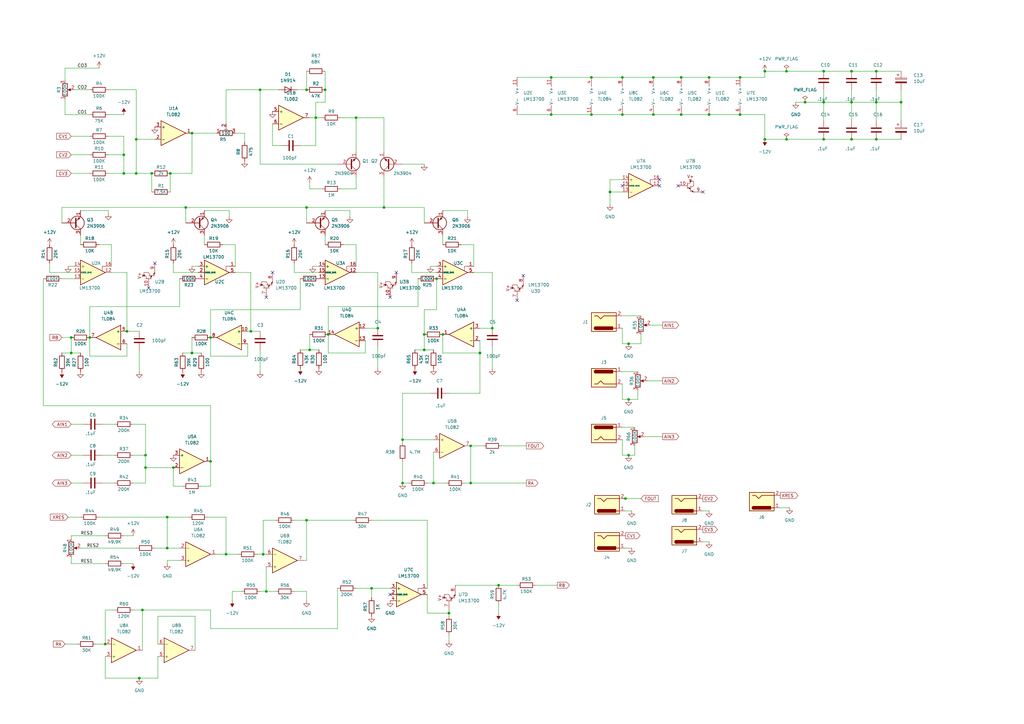
<source format=kicad_sch>
(kicad_sch (version 20211123) (generator eeschema)
  (paper "A3")
  (junction (at 58.42 250.19))
  (junction (at 359.41 57.15))
  (junction (at 127 143.51))
  (junction (at 313.69 29.21))
  (junction (at 177.8 198.12))
  (junction (at 279.4 46.99))
  (junction (at 313.69 57.15))
  (junction (at 181.61 137.16))
  (junction (at 52.07 135.89))
  (junction (at 102.87 135.89))
  (junction (at 290.83 31.75))
  (junction (at 78.74 144.78))
  (junction (at 165.1 198.12))
  (junction (at 267.97 31.75))
  (junction (at 322.58 57.15))
  (junction (at 242.57 31.75))
  (junction (at 196.85 144.78))
  (junction (at 59.69 191.77))
  (junction (at 290.83 46.99))
  (junction (at 86.36 189.23))
  (junction (at 154.94 134.62))
  (junction (at 50.8 71.12))
  (junction (at 125.73 36.83))
  (junction (at 157.48 85.09))
  (junction (at 146.05 48.26))
  (junction (at 242.57 46.99))
  (junction (at 349.25 29.21))
  (junction (at 29.21 144.78))
  (junction (at 68.58 212.09))
  (junction (at 204.47 240.03))
  (junction (at 125.73 85.09))
  (junction (at 173.99 137.16))
  (junction (at 303.53 46.99))
  (junction (at 337.82 29.21))
  (junction (at 152.4 241.3))
  (junction (at 165.1 180.34))
  (junction (at 134.62 137.16))
  (junction (at 50.8 63.5))
  (junction (at 107.95 227.33))
  (junction (at 55.88 57.15))
  (junction (at 62.23 71.12))
  (junction (at 133.35 36.83))
  (junction (at 255.27 46.99))
  (junction (at 330.2 41.91))
  (junction (at 92.71 227.33))
  (junction (at 76.2 85.09))
  (junction (at 359.41 29.21))
  (junction (at 256.54 204.47))
  (junction (at 193.04 182.88))
  (junction (at 193.04 198.12))
  (junction (at 59.69 186.69))
  (junction (at 250.19 78.74))
  (junction (at 226.06 31.75))
  (junction (at 71.12 191.77))
  (junction (at 279.4 31.75))
  (junction (at 29.21 138.43))
  (junction (at 179.07 114.3))
  (junction (at 255.27 31.75))
  (junction (at 337.82 57.15))
  (junction (at 257.81 186.69))
  (junction (at 173.99 143.51))
  (junction (at 184.15 251.46))
  (junction (at 69.85 71.12))
  (junction (at 109.22 242.57))
  (junction (at 349.25 57.15))
  (junction (at 369.57 41.91))
  (junction (at 78.74 54.61))
  (junction (at 106.68 36.83))
  (junction (at 55.88 71.12))
  (junction (at 303.53 31.75))
  (junction (at 43.18 264.16))
  (junction (at 125.73 213.36))
  (junction (at 322.58 29.21))
  (junction (at 36.83 138.43))
  (junction (at 257.81 140.97))
  (junction (at 226.06 46.99))
  (junction (at 68.58 224.79))
  (junction (at 349.25 41.91))
  (junction (at 337.82 41.91))
  (junction (at 359.41 41.91))
  (junction (at 86.36 138.43))
  (junction (at 257.81 163.83))
  (junction (at 57.15 278.13))
  (junction (at 129.54 48.26))
  (junction (at 201.93 134.62))
  (junction (at 267.97 46.99))
  (no_connect (at 160.02 243.84))
  (no_connect (at 63.5 107.95))
  (no_connect (at 60.96 118.11))
  (no_connect (at 212.09 123.19))
  (no_connect (at 162.56 111.76))
  (no_connect (at 160.02 121.92))
  (no_connect (at 111.76 111.76))
  (no_connect (at 109.22 121.92))
  (no_connect (at 214.63 113.03))
  (no_connect (at 255.27 76.2))
  (no_connect (at 278.13 76.2))
  (no_connect (at 270.51 76.2))
  (no_connect (at 270.51 73.66))
  (no_connect (at 288.29 78.74))
  (wire (pts (xy 25.4 114.3) (xy 30.48 114.3)))
  (wire (pts (xy 255.27 204.47) (xy 256.54 204.47)))
  (wire (pts (xy 154.94 111.76) (xy 154.94 134.62)))
  (wire (pts (xy 205.74 182.88) (xy 215.9 182.88)))
  (wire (pts (xy 106.68 143.51) (xy 106.68 152.4)))
  (wire (pts (xy 63.5 224.79) (xy 68.58 224.79)))
  (wire (pts (xy 57.15 143.51) (xy 57.15 152.4)))
  (wire (pts (xy 193.04 198.12) (xy 215.9 198.12)))
  (wire (pts (xy 44.45 55.88) (xy 50.8 55.88)))
  (wire (pts (xy 152.4 241.3) (xy 160.02 241.3)))
  (wire (pts (xy 68.58 229.87) (xy 73.66 229.87)))
  (wire (pts (xy 101.6 135.89) (xy 102.87 135.89)))
  (wire (pts (xy 29.21 228.6) (xy 29.21 231.14)))
  (wire (pts (xy 58.42 266.7) (xy 58.42 250.19)))
  (wire (pts (xy 226.06 31.75) (xy 242.57 31.75)))
  (wire (pts (xy 40.64 100.33) (xy 45.72 100.33)))
  (wire (pts (xy 50.8 63.5) (xy 50.8 71.12)))
  (wire (pts (xy 25.4 85.09) (xy 76.2 85.09)))
  (wire (pts (xy 55.88 57.15) (xy 55.88 71.12)))
  (wire (pts (xy 29.21 186.69) (xy 34.29 186.69)))
  (wire (pts (xy 71.12 199.39) (xy 74.93 199.39)))
  (wire (pts (xy 128.27 109.22) (xy 130.81 109.22)))
  (wire (pts (xy 106.68 36.83) (xy 114.3 36.83)))
  (wire (pts (xy 123.19 127) (xy 86.36 127)))
  (wire (pts (xy 69.85 71.12) (xy 69.85 78.74)))
  (wire (pts (xy 165.1 189.23) (xy 165.1 198.12)))
  (wire (pts (xy 330.2 41.91) (xy 337.82 41.91)))
  (wire (pts (xy 134.62 144.78) (xy 149.86 144.78)))
  (wire (pts (xy 260.35 182.88) (xy 260.35 186.69)))
  (wire (pts (xy 29.21 198.12) (xy 34.29 198.12)))
  (wire (pts (xy 303.53 31.75) (xy 313.69 31.75)))
  (wire (pts (xy 64.77 252.73) (xy 80.01 252.73)))
  (wire (pts (xy 157.48 72.39) (xy 157.48 85.09)))
  (wire (pts (xy 40.64 27.94) (xy 26.67 27.94)))
  (wire (pts (xy 102.87 111.76) (xy 96.52 111.76)))
  (wire (pts (xy 68.58 231.14) (xy 68.58 229.87)))
  (wire (pts (xy 149.86 144.78) (xy 149.86 139.7)))
  (wire (pts (xy 201.93 142.24) (xy 201.93 151.13)))
  (wire (pts (xy 149.86 134.62) (xy 154.94 134.62)))
  (wire (pts (xy 107.95 227.33) (xy 109.22 227.33)))
  (wire (pts (xy 82.55 199.39) (xy 86.36 199.39)))
  (wire (pts (xy 255.27 186.69) (xy 257.81 186.69)))
  (wire (pts (xy 44.45 63.5) (xy 50.8 63.5)))
  (wire (pts (xy 125.73 85.09) (xy 157.48 85.09)))
  (wire (pts (xy 157.48 85.09) (xy 173.99 85.09)))
  (wire (pts (xy 125.73 85.09) (xy 125.73 91.44)))
  (wire (pts (xy 322.58 29.21) (xy 337.82 29.21)))
  (wire (pts (xy 256.54 224.79) (xy 259.08 224.79)))
  (wire (pts (xy 40.64 212.09) (xy 68.58 212.09)))
  (wire (pts (xy 168.91 107.95) (xy 168.91 111.76)))
  (wire (pts (xy 59.69 186.69) (xy 54.61 186.69)))
  (wire (pts (xy 78.74 54.61) (xy 88.9 54.61)))
  (wire (pts (xy 170.18 143.51) (xy 173.99 143.51)))
  (wire (pts (xy 55.88 36.83) (xy 55.88 57.15)))
  (wire (pts (xy 86.36 189.23) (xy 86.36 199.39)))
  (wire (pts (xy 369.57 41.91) (xy 369.57 49.53)))
  (wire (pts (xy 196.85 144.78) (xy 196.85 161.29)))
  (wire (pts (xy 127 48.26) (xy 129.54 48.26)))
  (wire (pts (xy 146.05 241.3) (xy 152.4 241.3)))
  (wire (pts (xy 29.21 219.71) (xy 43.18 219.71)))
  (wire (pts (xy 125.73 229.87) (xy 124.46 229.87)))
  (wire (pts (xy 111.76 59.69) (xy 115.57 59.69)))
  (wire (pts (xy 78.74 54.61) (xy 78.74 71.12)))
  (wire (pts (xy 204.47 247.65) (xy 204.47 251.46)))
  (wire (pts (xy 120.65 213.36) (xy 125.73 213.36)))
  (wire (pts (xy 25.4 91.44) (xy 25.4 85.09)))
  (wire (pts (xy 29.21 71.12) (xy 36.83 71.12)))
  (wire (pts (xy 46.99 250.19) (xy 43.18 250.19)))
  (wire (pts (xy 120.65 242.57) (xy 125.73 242.57)))
  (wire (pts (xy 250.19 78.74) (xy 250.19 83.82)))
  (wire (pts (xy 193.04 182.88) (xy 193.04 198.12)))
  (wire (pts (xy 109.22 232.41) (xy 109.22 242.57)))
  (wire (pts (xy 146.05 100.33) (xy 146.05 109.22)))
  (wire (pts (xy 261.62 160.02) (xy 261.62 163.83)))
  (wire (pts (xy 165.1 180.34) (xy 165.1 181.61)))
  (wire (pts (xy 266.7 133.35) (xy 271.78 133.35)))
  (wire (pts (xy 85.09 212.09) (xy 92.71 212.09)))
  (wire (pts (xy 242.57 46.99) (xy 255.27 46.99)))
  (wire (pts (xy 171.45 125.73) (xy 134.62 125.73)))
  (wire (pts (xy 184.15 251.46) (xy 184.15 252.73)))
  (wire (pts (xy 20.32 111.76) (xy 30.48 111.76)))
  (wire (pts (xy 184.15 250.19) (xy 184.15 251.46)))
  (wire (pts (xy 257.81 163.83) (xy 261.62 163.83)))
  (wire (pts (xy 92.71 227.33) (xy 97.79 227.33)))
  (wire (pts (xy 290.83 31.75) (xy 303.53 31.75)))
  (wire (pts (xy 175.26 213.36) (xy 175.26 241.3)))
  (wire (pts (xy 173.99 85.09) (xy 173.99 91.44)))
  (wire (pts (xy 175.26 243.84) (xy 175.26 251.46)))
  (wire (pts (xy 73.66 125.73) (xy 73.66 114.3)))
  (wire (pts (xy 26.67 264.16) (xy 31.75 264.16)))
  (wire (pts (xy 262.89 140.97) (xy 257.81 140.97)))
  (wire (pts (xy 139.7 77.47) (xy 146.05 77.47)))
  (wire (pts (xy 146.05 111.76) (xy 154.94 111.76)))
  (wire (pts (xy 191.77 86.36) (xy 191.77 88.9)))
  (wire (pts (xy 123.19 114.3) (xy 123.19 127)))
  (wire (pts (xy 279.4 31.75) (xy 290.83 31.75)))
  (wire (pts (xy 39.37 264.16) (xy 43.18 264.16)))
  (wire (pts (xy 33.02 96.52) (xy 33.02 100.33)))
  (wire (pts (xy 133.35 41.91) (xy 133.35 36.83)))
  (wire (pts (xy 154.94 142.24) (xy 154.94 151.13)))
  (wire (pts (xy 41.91 198.12) (xy 46.99 198.12)))
  (wire (pts (xy 50.8 219.71) (xy 54.61 219.71)))
  (wire (pts (xy 165.1 67.31) (xy 173.99 67.31)))
  (wire (pts (xy 125.73 242.57) (xy 125.73 246.38)))
  (wire (pts (xy 173.99 137.16) (xy 173.99 143.51)))
  (wire (pts (xy 127 77.47) (xy 132.08 77.47)))
  (wire (pts (xy 109.22 242.57) (xy 113.03 242.57)))
  (wire (pts (xy 33.02 86.36) (xy 44.45 86.36)))
  (wire (pts (xy 125.73 213.36) (xy 144.78 213.36)))
  (wire (pts (xy 255.27 163.83) (xy 257.81 163.83)))
  (wire (pts (xy 177.8 180.34) (xy 165.1 180.34)))
  (wire (pts (xy 133.35 86.36) (xy 143.51 86.36)))
  (wire (pts (xy 123.19 59.69) (xy 129.54 59.69)))
  (wire (pts (xy 313.69 46.99) (xy 303.53 46.99)))
  (wire (pts (xy 359.41 57.15) (xy 369.57 57.15)))
  (wire (pts (xy 133.35 96.52) (xy 133.35 100.33)))
  (wire (pts (xy 86.36 250.19) (xy 86.36 257.81)))
  (wire (pts (xy 146.05 48.26) (xy 139.7 48.26)))
  (wire (pts (xy 36.83 138.43) (xy 36.83 146.05)))
  (wire (pts (xy 95.25 246.38) (xy 95.25 242.57)))
  (wire (pts (xy 186.69 240.03) (xy 204.47 240.03)))
  (wire (pts (xy 83.82 96.52) (xy 83.82 100.33)))
  (wire (pts (xy 255.27 175.26) (xy 260.35 175.26)))
  (wire (pts (xy 76.2 85.09) (xy 76.2 91.44)))
  (wire (pts (xy 17.78 166.37) (xy 86.36 166.37)))
  (wire (pts (xy 55.88 71.12) (xy 50.8 71.12)))
  (wire (pts (xy 359.41 29.21) (xy 369.57 29.21)))
  (wire (pts (xy 157.48 62.23) (xy 157.48 48.26)))
  (wire (pts (xy 337.82 29.21) (xy 349.25 29.21)))
  (wire (pts (xy 45.72 111.76) (xy 52.07 111.76)))
  (wire (pts (xy 157.48 48.26) (xy 146.05 48.26)))
  (wire (pts (xy 140.97 100.33) (xy 146.05 100.33)))
  (wire (pts (xy 59.69 198.12) (xy 59.69 191.77)))
  (wire (pts (xy 107.95 227.33) (xy 107.95 213.36)))
  (wire (pts (xy 359.41 41.91) (xy 359.41 49.53)))
  (wire (pts (xy 64.77 264.16) (xy 64.77 252.73)))
  (wire (pts (xy 143.51 86.36) (xy 143.51 88.9)))
  (wire (pts (xy 313.69 57.15) (xy 313.69 46.99)))
  (wire (pts (xy 121.92 36.83) (xy 125.73 36.83)))
  (wire (pts (xy 165.1 198.12) (xy 167.64 198.12)))
  (wire (pts (xy 120.65 107.95) (xy 120.65 111.76)))
  (wire (pts (xy 165.1 161.29) (xy 176.53 161.29)))
  (wire (pts (xy 102.87 135.89) (xy 102.87 111.76)))
  (wire (pts (xy 196.85 134.62) (xy 201.93 134.62)))
  (wire (pts (xy 107.95 213.36) (xy 113.03 213.36)))
  (wire (pts (xy 255.27 134.62) (xy 255.27 140.97)))
  (wire (pts (xy 288.29 209.55) (xy 290.83 209.55)))
  (wire (pts (xy 369.57 36.83) (xy 369.57 41.91)))
  (wire (pts (xy 129.54 48.26) (xy 129.54 41.91)))
  (wire (pts (xy 96.52 54.61) (xy 100.33 54.61)))
  (wire (pts (xy 193.04 198.12) (xy 190.5 198.12)))
  (wire (pts (xy 59.69 191.77) (xy 59.69 186.69)))
  (wire (pts (xy 193.04 182.88) (xy 198.12 182.88)))
  (wire (pts (xy 26.67 27.94) (xy 26.67 33.02)))
  (wire (pts (xy 109.22 242.57) (xy 106.68 242.57)))
  (wire (pts (xy 171.45 114.3) (xy 171.45 125.73)))
  (wire (pts (xy 184.15 260.35) (xy 184.15 262.89)))
  (wire (pts (xy 129.54 59.69) (xy 129.54 48.26)))
  (wire (pts (xy 30.48 36.83) (xy 36.83 36.83)))
  (wire (pts (xy 59.69 173.99) (xy 59.69 186.69)))
  (wire (pts (xy 265.43 156.21) (xy 271.78 156.21)))
  (wire (pts (xy 138.43 257.81) (xy 138.43 241.3)))
  (wire (pts (xy 78.74 144.78) (xy 82.55 144.78)))
  (wire (pts (xy 175.26 251.46) (xy 184.15 251.46)))
  (wire (pts (xy 146.05 77.47) (xy 146.05 72.39)))
  (wire (pts (xy 80.01 252.73) (xy 80.01 266.7)))
  (wire (pts (xy 255.27 152.4) (xy 261.62 152.4)))
  (wire (pts (xy 337.82 57.15) (xy 349.25 57.15)))
  (wire (pts (xy 196.85 161.29) (xy 184.15 161.29)))
  (wire (pts (xy 279.4 46.99) (xy 290.83 46.99)))
  (wire (pts (xy 288.29 222.25) (xy 290.83 222.25)))
  (wire (pts (xy 43.18 278.13) (xy 57.15 278.13)))
  (wire (pts (xy 152.4 213.36) (xy 175.26 213.36)))
  (wire (pts (xy 78.74 109.22) (xy 81.28 109.22)))
  (wire (pts (xy 120.65 111.76) (xy 130.81 111.76)))
  (wire (pts (xy 76.2 85.09) (xy 125.73 85.09)))
  (wire (pts (xy 71.12 111.76) (xy 81.28 111.76)))
  (wire (pts (xy 267.97 31.75) (xy 279.4 31.75)))
  (wire (pts (xy 86.36 257.81) (xy 138.43 257.81)))
  (wire (pts (xy 173.99 137.16) (xy 173.99 127)))
  (wire (pts (xy 181.61 96.52) (xy 181.61 100.33)))
  (wire (pts (xy 337.82 57.15) (xy 322.58 57.15)))
  (wire (pts (xy 54.61 173.99) (xy 59.69 173.99)))
  (wire (pts (xy 349.25 57.15) (xy 359.41 57.15)))
  (wire (pts (xy 92.71 227.33) (xy 88.9 227.33)))
  (wire (pts (xy 54.61 198.12) (xy 59.69 198.12)))
  (wire (pts (xy 189.23 100.33) (xy 194.31 100.33)))
  (wire (pts (xy 86.36 146.05) (xy 101.6 146.05)))
  (wire (pts (xy 127 137.16) (xy 127 143.51)))
  (wire (pts (xy 43.18 269.24) (xy 43.18 278.13)))
  (wire (pts (xy 27.94 212.09) (xy 33.02 212.09)))
  (wire (pts (xy 264.16 179.07) (xy 271.78 179.07)))
  (wire (pts (xy 29.21 173.99) (xy 34.29 173.99)))
  (wire (pts (xy 86.36 166.37) (xy 86.36 189.23)))
  (wire (pts (xy 36.83 125.73) (xy 73.66 125.73)))
  (wire (pts (xy 27.94 109.22) (xy 30.48 109.22)))
  (wire (pts (xy 127 143.51) (xy 130.81 143.51)))
  (wire (pts (xy 349.25 41.91) (xy 349.25 49.53)))
  (wire (pts (xy 349.25 29.21) (xy 359.41 29.21)))
  (wire (pts (xy 201.93 111.76) (xy 201.93 134.62)))
  (wire (pts (xy 194.31 111.76) (xy 201.93 111.76)))
  (wire (pts (xy 64.77 278.13) (xy 57.15 278.13)))
  (wire (pts (xy 359.41 36.83) (xy 359.41 41.91)))
  (wire (pts (xy 68.58 212.09) (xy 77.47 212.09)))
  (wire (pts (xy 250.19 73.66) (xy 250.19 78.74)))
  (wire (pts (xy 125.73 29.21) (xy 125.73 36.83)))
  (wire (pts (xy 359.41 41.91) (xy 369.57 41.91)))
  (wire (pts (xy 74.93 144.78) (xy 78.74 144.78)))
  (wire (pts (xy 337.82 41.91) (xy 337.82 49.53)))
  (wire (pts (xy 255.27 31.75) (xy 267.97 31.75)))
  (wire (pts (xy 44.45 46.99) (xy 50.8 46.99)))
  (wire (pts (xy 176.53 109.22) (xy 179.07 109.22)))
  (wire (pts (xy 45.72 100.33) (xy 45.72 109.22)))
  (wire (pts (xy 78.74 71.12) (xy 69.85 71.12)))
  (wire (pts (xy 326.39 41.91) (xy 330.2 41.91)))
  (wire (pts (xy 111.76 50.8) (xy 111.76 59.69)))
  (wire (pts (xy 44.45 36.83) (xy 55.88 36.83)))
  (wire (pts (xy 59.69 191.77) (xy 71.12 191.77)))
  (wire (pts (xy 260.35 186.69) (xy 257.81 186.69)))
  (wire (pts (xy 123.19 143.51) (xy 127 143.51)))
  (wire (pts (xy 320.04 208.28) (xy 323.85 208.28)))
  (wire (pts (xy 262.89 137.16) (xy 262.89 140.97)))
  (wire (pts (xy 173.99 127) (xy 179.07 127)))
  (wire (pts (xy 179.07 127) (xy 179.07 114.3)))
  (wire (pts (xy 146.05 62.23) (xy 146.05 48.26)))
  (wire (pts (xy 78.74 138.43) (xy 78.74 144.78)))
  (wire (pts (xy 349.25 41.91) (xy 359.41 41.91)))
  (wire (pts (xy 36.83 146.05) (xy 52.07 146.05)))
  (wire (pts (xy 92.71 36.83) (xy 106.68 36.83)))
  (wire (pts (xy 138.43 67.31) (xy 106.68 67.31)))
  (wire (pts (xy 83.82 86.36) (xy 93.98 86.36)))
  (wire (pts (xy 17.78 114.3) (xy 17.78 166.37)))
  (wire (pts (xy 173.99 143.51) (xy 177.8 143.51)))
  (wire (pts (xy 62.23 71.12) (xy 62.23 78.74)))
  (wire (pts (xy 212.09 31.75) (xy 226.06 31.75)))
  (wire (pts (xy 26.67 40.64) (xy 26.67 46.99)))
  (wire (pts (xy 25.4 138.43) (xy 29.21 138.43)))
  (wire (pts (xy 168.91 111.76) (xy 179.07 111.76)))
  (wire (pts (xy 102.87 135.89) (xy 106.68 135.89)))
  (wire (pts (xy 29.21 55.88) (xy 36.83 55.88)))
  (wire (pts (xy 96.52 100.33) (xy 96.52 109.22)))
  (wire (pts (xy 43.18 250.19) (xy 43.18 264.16)))
  (wire (pts (xy 55.88 71.12) (xy 62.23 71.12)))
  (wire (pts (xy 105.41 227.33) (xy 107.95 227.33)))
  (wire (pts (xy 52.07 146.05) (xy 52.07 140.97)))
  (wire (pts (xy 100.33 54.61) (xy 100.33 58.42)))
  (wire (pts (xy 242.57 31.75) (xy 255.27 31.75)))
  (wire (pts (xy 68.58 224.79) (xy 73.66 224.79)))
  (wire (pts (xy 177.8 185.42) (xy 177.8 198.12)))
  (wire (pts (xy 127 74.93) (xy 127 77.47)))
  (wire (pts (xy 290.83 46.99) (xy 303.53 46.99)))
  (wire (pts (xy 181.61 144.78) (xy 196.85 144.78)))
  (wire (pts (xy 177.8 198.12) (xy 175.26 198.12)))
  (wire (pts (xy 322.58 57.15) (xy 313.69 57.15)))
  (wire (pts (xy 29.21 63.5) (xy 36.83 63.5)))
  (wire (pts (xy 58.42 250.19) (xy 54.61 250.19)))
  (wire (pts (xy 71.12 107.95) (xy 71.12 111.76)))
  (wire (pts (xy 129.54 41.91) (xy 133.35 41.91)))
  (wire (pts (xy 256.54 209.55) (xy 259.08 209.55)))
  (wire (pts (xy 204.47 240.03) (xy 212.09 240.03)))
  (wire (pts (xy 29.21 138.43) (xy 29.21 144.78)))
  (wire (pts (xy 106.68 67.31) (xy 106.68 36.83)))
  (wire (pts (xy 212.09 46.99) (xy 226.06 46.99)))
  (wire (pts (xy 50.8 231.14) (xy 54.61 231.14)))
  (wire (pts (xy 226.06 46.99) (xy 242.57 46.99)))
  (wire (pts (xy 41.91 173.99) (xy 46.99 173.99)))
  (wire (pts (xy 52.07 111.76) (xy 52.07 135.89)))
  (wire (pts (xy 92.71 212.09) (xy 92.71 227.33)))
  (wire (pts (xy 255.27 140.97) (xy 257.81 140.97)))
  (wire (pts (xy 29.21 231.14) (xy 43.18 231.14)))
  (wire (pts (xy 255.27 129.54) (xy 262.89 129.54)))
  (wire (pts (xy 41.91 186.69) (xy 46.99 186.69)))
  (wire (pts (xy 250.19 78.74) (xy 255.27 78.74)))
  (wire (pts (xy 255.27 157.48) (xy 255.27 163.83)))
  (wire (pts (xy 92.71 50.8) (xy 92.71 36.83)))
  (wire (pts (xy 313.69 31.75) (xy 313.69 29.21)))
  (wire (pts (xy 101.6 146.05) (xy 101.6 140.97)))
  (wire (pts (xy 129.54 48.26) (xy 132.08 48.26)))
  (wire (pts (xy 52.07 135.89) (xy 57.15 135.89)))
  (wire (pts (xy 50.8 71.12) (xy 44.45 71.12)))
  (wire (pts (xy 349.25 36.83) (xy 349.25 41.91)))
  (wire (pts (xy 152.4 241.3) (xy 152.4 245.11)))
  (wire (pts (xy 181.61 137.16) (xy 181.61 144.78)))
  (wire (pts (xy 313.69 29.21) (xy 322.58 29.21)))
  (wire (pts (xy 165.1 161.29) (xy 165.1 180.34)))
  (wire (pts (xy 33.02 224.79) (xy 55.88 224.79)))
  (wire (pts (xy 255.27 46.99) (xy 267.97 46.99)))
  (wire (pts (xy 29.21 144.78) (xy 33.02 144.78)))
  (wire (pts (xy 177.8 198.12) (xy 182.88 198.12)))
  (wire (pts (xy 337.82 41.91) (xy 349.25 41.91)))
  (wire (pts (xy 58.42 250.19) (xy 86.36 250.19)))
  (wire (pts (xy 255.27 180.34) (xy 255.27 186.69)))
  (wire (pts (xy 256.54 204.47) (xy 262.89 204.47)))
  (wire (pts (xy 95.25 242.57) (xy 99.06 242.57)))
  (wire (pts (xy 255.27 73.66) (xy 250.19 73.66)))
  (wire (pts (xy 133.35 29.21) (xy 133.35 36.83)))
  (wire (pts (xy 64.77 269.24) (xy 64.77 278.13)))
  (wire (pts (xy 36.83 138.43) (xy 36.83 125.73)))
  (wire (pts (xy 29.21 220.98) (xy 29.21 219.71)))
  (wire (pts (xy 86.36 127) (xy 86.36 138.43)))
  (wire (pts (xy 196.85 144.78) (xy 196.85 139.7)))
  (wire (pts (xy 125.73 213.36) (xy 125.73 229.87)))
  (wire (pts (xy 219.71 240.03) (xy 228.6 240.03)))
  (wire (pts (xy 134.62 125.73) (xy 134.62 137.16)))
  (wire (pts (xy 134.62 137.16) (xy 134.62 144.78)))
  (wire (pts (xy 181.61 86.36) (xy 191.77 86.36)))
  (wire (pts (xy 194.31 100.33) (xy 194.31 109.22)))
  (wire (pts (xy 93.98 86.36) (xy 93.98 88.9)))
  (wire (pts (xy 91.44 100.33) (xy 96.52 100.33)))
  (wire (pts (xy 267.97 46.99) (xy 279.4 46.99)))
  (wire (pts (xy 86.36 138.43) (xy 86.36 146.05)))
  (wire (pts (xy 50.8 55.88) (xy 50.8 63.5)))
  (wire (pts (xy 55.88 57.15) (xy 63.5 57.15)))
  (wire (pts (xy 25.4 144.78) (xy 29.21 144.78)))
  (wire (pts (xy 337.82 36.83) (xy 337.82 41.91)))
  (wire (pts (xy 44.45 86.36) (xy 44.45 87.63)))
  (wire (pts (xy 71.12 191.77) (xy 71.12 199.39)))
  (wire (pts (xy 26.67 46.99) (xy 36.83 46.99)))
  (wire (pts (xy 20.32 107.95) (xy 20.32 111.76)))
  (wire (pts (xy 68.58 212.09) (xy 68.58 224.79)))
  (label "RES3" (at 33.02 219.71 0))
  (label "RES1" (at 33.02 231.14 0))
  (label "CO3" (at 31.75 27.94 0))
  (label "CO2" (at 31.75 36.83 0))
  (label "RES2" (at 35.56 224.79 0))
  (label "CO1" (at 31.75 46.99 0))
  (global_label "AIN1" (shape bidirectional) (at 29.21 173.99 180) (property "Intersheet References" "${INTERSHEET_REFS}" (effects hide)))
  (global_label "AIN3" (shape output) (at 271.78 179.07 0) (property "Intersheet References" "${INTERSHEET_REFS}" (effects hide)))
  (global_label "AIN2" (shape bidirectional) (at 29.21 186.69 180) (property "Intersheet References" "${INTERSHEET_REFS}" (effects hide)))
  (global_label "RA" (shape input) (at 26.67 264.16 180) (property "Intersheet References" "${INTERSHEET_REFS}" (effects hide)))
  (global_label "XRES" (shape input) (at 27.94 212.09 180) (property "Intersheet References" "${INTERSHEET_REFS}" (effects hide)))
  (global_label "XRES" (shape output) (at 320.04 203.2 0) (property "Intersheet References" "${INTERSHEET_REFS}" (effects hide)))
  (global_label "CV1" (shape output) (at 256.54 219.71 0) (property "Intersheet References" "${INTERSHEET_REFS}" (effects hide)))
  (global_label "AIN3" (shape bidirectional) (at 29.21 198.12 180) (property "Intersheet References" "${INTERSHEET_REFS}" (effects hide)))
  (global_label "AIN1" (shape output) (at 271.78 133.35 0) (property "Intersheet References" "${INTERSHEET_REFS}" (effects hide)))
  (global_label "FOUT" (shape output) (at 215.9 182.88 0) (property "Intersheet References" "${INTERSHEET_REFS}" (effects hide)))
  (global_label "RB" (shape output) (at 228.6 240.03 0) (property "Intersheet References" "${INTERSHEET_REFS}" (effects hide)))
  (global_label "CV3" (shape output) (at 288.29 217.17 0) (property "Intersheet References" "${INTERSHEET_REFS}" (effects hide)))
  (global_label "FOUT" (shape input) (at 262.89 204.47 0) (property "Intersheet References" "${INTERSHEET_REFS}" (effects hide)))
  (global_label "RA" (shape output) (at 215.9 198.12 0) (property "Intersheet References" "${INTERSHEET_REFS}" (effects hide)))
  (global_label "CV2" (shape input) (at 29.21 63.5 180) (property "Intersheet References" "${INTERSHEET_REFS}" (effects hide)))
  (global_label "AIN2" (shape output) (at 271.78 156.21 0) (property "Intersheet References" "${INTERSHEET_REFS}" (effects hide)))
  (global_label "CV1" (shape input) (at 29.21 55.88 180) (property "Intersheet References" "${INTERSHEET_REFS}" (effects hide)))
  (global_label "RB" (shape input) (at 25.4 138.43 180) (property "Intersheet References" "${INTERSHEET_REFS}" (effects hide)))
  (global_label "CV3" (shape input) (at 29.21 71.12 180) (property "Intersheet References" "${INTERSHEET_REFS}" (effects hide)))
  (global_label "CV2" (shape output) (at 288.29 204.47 0) (property "Intersheet References" "${INTERSHEET_REFS}" (effects hide)))
  (symbol (lib_name "+12V_1") (lib_id "power:+12V") (at 54.61 219.71 0) (unit 1)
    (property "Reference" "#PWR0114" (effects hide))
    (property "Value" "+12V" (at 54.61 214.63 0))
  )
  (symbol (lib_id "Device:R") (at 184.15 256.54 180) (unit 1)
    (property "Reference" "R58" (at 181.61 256.54 90))
    (property "Value" "30K" (at 186.69 256.54 90))
  )
  (symbol (lib_name "GND_6") (lib_id "power:GND") (at 257.81 140.97 0) (unit 1)
    (property "Reference" "#PWR0146" (effects hide))
    (property "Value" "GND" (at 257.81 146.05 0))
  )
  (symbol (lib_name "GND_6") (lib_id "power:GND") (at 290.83 209.55 0) (unit 1)
    (property "Reference" "#PWR0148" (effects hide))
    (property "Value" "GND" (at 290.83 214.63 0))
  )
  (symbol (lib_id "Device:C") (at 349.25 33.02 0) (unit 1)
    (property "Reference" "C11" (at 347.98 26.67 0) (effects (justify left)))
    (property "Value" ".1uF" (at 346.71 40.64 0) (effects (justify left)))
  )
  (symbol (lib_id "Device:R") (at 101.6 227.33 90) (unit 1)
    (property "Reference" "R51" (at 101.6 224.79 90))
    (property "Value" "100K" (at 101.6 229.87 90))
  )
  (symbol (lib_name "GND_3") (lib_id "power:GND") (at 57.15 278.13 0) (unit 1)
    (property "Reference" "#PWR0128" (effects hide))
    (property "Value" "GND" (at 57.15 283.21 0))
  )
  (symbol (lib_id "power:+12V") (at 20.32 100.33 0) (unit 1)
    (property "Reference" "#PWR0110" (effects hide))
    (property "Value" "+12V" (at 20.32 95.25 0))
  )
  (symbol (lib_id "Amplifier_Operational:TL082") (at 281.94 39.37 0) (unit 3)
    (property "Reference" "U5" (at 281.94 38.0999 0) (effects (justify left)))
    (property "Value" "TL082" (at 281.94 40.6399 0) (effects (justify left)))
    (property "Datasheet" "http://www.ti.com/lit/ds/symlink/tl081.pdf" (effects hide))
  )
  (symbol (lib_name "GND_6") (lib_id "power:GND") (at 257.81 186.69 0) (unit 1)
    (property "Reference" "#PWR0151" (effects hide))
    (property "Value" "GND" (at 257.81 191.77 0))
  )
  (symbol (lib_id "power:+12V") (at 120.65 100.33 0) (unit 1)
    (property "Reference" "#PWR0122" (effects hide))
    (property "Value" "+12V" (at 120.65 95.25 0))
  )
  (symbol (lib_id "power:GND") (at 71.12 186.69 0) (unit 1)
    (property "Reference" "#PWR0125" (effects hide))
    (property "Value" "GND" (effects hide))
  )
  (symbol (lib_id "Device:R") (at 102.87 242.57 90) (unit 1)
    (property "Reference" "R55" (at 102.87 240.03 90))
    (property "Value" "100K" (at 102.87 245.11 90))
  )
  (symbol (lib_id "Amplifier_Operational:TL082") (at 81.28 227.33 0) (mirror x) (unit 1)
    (property "Reference" "U6" (at 81.28 217.17 0))
    (property "Value" "TL082" (at 81.28 219.71 0))
    (property "Datasheet" "http://www.ti.com/lit/ds/symlink/tl081.pdf" (effects hide))
  )
  (symbol (lib_id "Device:R_Potentiometer") (at 260.35 179.07 0) (unit 1)
    (property "Reference" "R66" (at 257.81 179.07 90))
    (property "Value" "100K" (at 260.35 179.07 90))
  )
  (symbol (lib_id "power:GND") (at 176.53 109.22 0) (unit 1)
    (property "Reference" "#PWR0140" (effects hide))
    (property "Value" "GND" (effects hide))
  )
  (symbol (lib_id "power:PWR_FLAG") (at 322.58 29.21 0) (unit 1)
    (property "Reference" "#FLG0103" (effects hide))
    (property "Value" "PWR_FLAG" (at 322.58 24.13 0))
  )
  (symbol (lib_id "Device:R") (at 204.47 243.84 180) (unit 1)
    (property "Reference" "R59" (at 201.93 243.84 90))
    (property "Value" "4.7K" (at 207.01 243.84 90))
  )
  (symbol (lib_id "power:+12V") (at 168.91 100.33 0) (unit 1)
    (property "Reference" "#PWR0141" (effects hide))
    (property "Value" "+12V" (at 168.91 95.25 0))
  )
  (symbol (lib_id "power:GND") (at 130.81 151.13 0) (unit 1)
    (property "Reference" "#PWR0108" (effects hide))
    (property "Value" "GND" (effects hide))
  )
  (symbol (lib_id "Device:R") (at 215.9 240.03 90) (unit 1)
    (property "Reference" "R53" (at 215.9 237.49 90))
    (property "Value" "150K" (at 215.9 242.57 90))
  )
  (symbol (lib_name "GND_6") (lib_id "power:GND") (at 259.08 209.55 0) (unit 1)
    (property "Reference" "#PWR0149" (effects hide))
    (property "Value" "GND" (at 259.08 214.63 0))
  )
  (symbol (lib_name "+12V_2") (lib_id "power:+12V") (at 313.69 29.21 0) (unit 1)
    (property "Reference" "#PWR0155" (effects hide))
    (property "Value" "+12V" (at 313.69 24.13 0))
  )
  (symbol (lib_name "-12V_1") (lib_id "power:-12V") (at 54.61 231.14 0) (mirror x) (unit 1)
    (property "Reference" "#PWR0129" (effects hide))
    (property "Value" "-12V" (at 54.61 236.22 0))
  )
  (symbol (lib_name "GND_4") (lib_id "power:GND") (at 250.19 83.82 0) (unit 1)
    (property "Reference" "#PWR0145" (effects hide))
    (property "Value" "GND" (at 250.19 88.9 0))
  )
  (symbol (lib_name "-12V_3") (lib_id "power:-12V") (at 313.69 57.15 0) (mirror x) (unit 1)
    (property "Reference" "#PWR0154" (effects hide))
    (property "Value" "-12V" (at 313.69 62.23 0))
  )
  (symbol (lib_id "Device:C") (at 38.1 186.69 90) (unit 1)
    (property "Reference" "C8" (at 39.37 182.88 90) (effects (justify left)))
    (property "Value" ".1uF" (at 39.37 190.5 90) (effects (justify left)))
  )
  (symbol (lib_id "Amplifier_Operational:TL082") (at 270.51 39.37 0) (unit 3)
    (property "Reference" "U6" (at 270.51 38.0999 0) (effects (justify left)))
    (property "Value" "TL082" (at 270.51 40.6399 0) (effects (justify left)))
    (property "Datasheet" "http://www.ti.com/lit/ds/symlink/tl081.pdf" (effects hide))
  )
  (symbol (lib_id "Amplifier_Operational:LM13700") (at 184.15 242.57 90) (unit 4)
    (property "Reference" "U7" (at 187.96 243.8399 90) (effects (justify right)))
    (property "Value" "LM13700" (at 187.96 246.3799 90) (effects (justify right)))
    (property "Datasheet" "http://www.ti.com/lit/ds/symlink/lm13700.pdf" (effects hide))
  )
  (symbol (lib_id "Device:R") (at 129.54 29.21 90) (unit 1)
    (property "Reference" "R67" (at 129.54 22.86 90))
    (property "Value" "68K" (at 129.54 25.4 90))
  )
  (symbol (lib_id "Connector:Jack-DC") (at 280.67 219.71 0) (mirror x) (unit 1)
    (property "Reference" "J7" (at 280.67 226.06 0))
    (property "Value" "Jack-DC" (effects hide))
  )
  (symbol (lib_id "Device:R") (at 82.55 148.59 180) (unit 1)
    (property "Reference" "R29" (at 80.01 148.59 90))
    (property "Value" "100" (at 85.09 148.59 90))
  )
  (symbol (lib_id "Device:C") (at 154.94 138.43 0) (unit 1)
    (property "Reference" "C4" (at 153.67 132.08 0) (effects (justify left)))
    (property "Value" "100pF" (at 152.4 146.05 0) (effects (justify left)))
  )
  (symbol (lib_id "Amplifier_Operational:TL084") (at 93.98 138.43 0) (mirror y) (unit 3)
    (property "Reference" "U4" (at 93.98 128.27 0))
    (property "Value" "TL084" (at 93.98 130.81 0))
    (property "Datasheet" "http://www.ti.com/lit/ds/symlink/tl081.pdf" (effects hide))
  )
  (symbol (lib_id "Connector:Jack-DC") (at 248.92 207.01 0) (mirror x) (unit 1)
    (property "Reference" "J2" (at 242.57 207.0099 0) (effects (justify right)))
    (property "Value" "Jack-DC" (effects hide))
  )
  (symbol (lib_id "Device:R") (at 35.56 264.16 90) (unit 1)
    (property "Reference" "R61" (at 35.56 261.62 90))
    (property "Value" "30K" (at 35.56 266.7 90))
  )
  (symbol (lib_id "Transistor_BJT:2N3904") (at 143.51 67.31 0) (mirror x) (unit 1)
    (property "Reference" "Q1" (at 148.59 66.0399 0) (effects (justify left)))
    (property "Value" "2N3904" (at 137.16 71.12 0) (effects (justify left)))
    (property "Footprint" "Package_TO_SOT_THT:TO-92_Inline" (effects hide))
    (property "Datasheet" "https://www.onsemi.com/pub/Collateral/2N3903-D.PDF" (effects hide))
  )
  (symbol (lib_id "power:-12V") (at 170.18 151.13 0) (mirror x) (unit 1)
    (property "Reference" "#PWR0126" (effects hide))
    (property "Value" "-12V" (at 170.18 156.21 0))
  )
  (symbol (lib_id "Connector:Jack-DC") (at 248.92 222.25 0) (mirror x) (unit 1)
    (property "Reference" "J4" (at 248.92 228.6 0))
    (property "Value" "Jack-DC" (effects hide))
  )
  (symbol (lib_id "Transistor_BJT:2N3906") (at 81.28 91.44 0) (mirror x) (unit 1)
    (property "Reference" "Q4" (at 86.36 90.1699 0) (effects (justify left)))
    (property "Value" "2N3906" (at 86.36 92.7099 0) (effects (justify left)))
    (property "Footprint" "Package_TO_SOT_THT:TO-92_Inline" (effects hide))
    (property "Datasheet" "https://www.onsemi.com/pub/Collateral/2N3906-D.PDF" (effects hide))
  )
  (symbol (lib_id "Device:R") (at 20.32 104.14 180) (unit 1)
    (property "Reference" "R14" (at 17.78 104.14 90))
    (property "Value" "20K" (at 22.86 104.14 90))
  )
  (symbol (lib_id "power:GND") (at 106.68 152.4 0) (unit 1)
    (property "Reference" "#PWR0106" (effects hide))
    (property "Value" "GND" (effects hide))
  )
  (symbol (lib_name "GND_6") (lib_id "power:GND") (at 323.85 208.28 0) (unit 1)
    (property "Reference" "#PWR0153" (effects hide))
    (property "Value" "GND" (at 323.85 213.36 0))
  )
  (symbol (lib_id "Amplifier_Operational:LM13700") (at 212.09 115.57 90) (unit 4)
    (property "Reference" "U3" (at 219.71 119.38 90))
    (property "Value" "LM13700" (at 220.98 116.84 90))
    (property "Datasheet" "http://www.ti.com/lit/ds/symlink/lm13700.pdf" (effects hide))
  )
  (symbol (lib_id "power:GND") (at 93.98 88.9 0) (unit 1)
    (property "Reference" "#PWR0105" (effects hide))
    (property "Value" "GND" (effects hide))
  )
  (symbol (lib_id "Connector:Jack-DC") (at 247.65 177.8 0) (unit 1)
    (property "Reference" "J5" (at 247.65 171.45 0))
    (property "Value" "Jack-DC" (effects hide))
  )
  (symbol (lib_name "GND_3") (lib_id "power:GND") (at 125.73 246.38 0) (unit 1)
    (property "Reference" "#PWR0136" (effects hide))
    (property "Value" "GND" (at 125.73 251.46 0))
  )
  (symbol (lib_id "power:+12V") (at 40.64 27.94 0) (unit 1)
    (property "Reference" "#PWR0113" (effects hide))
    (property "Value" "+12V" (at 40.64 22.86 0))
  )
  (symbol (lib_id "Device:R") (at 74.93 148.59 180) (unit 1)
    (property "Reference" "R63" (at 72.39 148.59 90))
    (property "Value" "39K" (at 77.47 148.59 90))
  )
  (symbol (lib_id "Device:R") (at 50.8 186.69 90) (unit 1)
    (property "Reference" "R37" (at 50.8 184.15 90))
    (property "Value" "200K" (at 50.8 189.23 90))
  )
  (symbol (lib_id "Device:R") (at 81.28 212.09 90) (unit 1)
    (property "Reference" "R45" (at 81.28 209.55 90))
    (property "Value" "120K" (at 81.28 214.63 90))
  )
  (symbol (lib_id "Device:R") (at 177.8 137.16 90) (unit 1)
    (property "Reference" "R33" (at 177.8 134.62 90))
    (property "Value" "100K" (at 177.8 139.7 90))
  )
  (symbol (lib_id "Amplifier_Operational:TL082") (at 78.74 189.23 0) (unit 1)
    (property "Reference" "U5" (at 78.74 179.07 0))
    (property "Value" "TL082" (at 78.74 181.61 0))
    (property "Datasheet" "http://www.ti.com/lit/ds/symlink/tl081.pdf" (effects hide))
  )
  (symbol (lib_id "Device:R") (at 50.8 198.12 90) (unit 1)
    (property "Reference" "R42" (at 50.8 195.58 90))
    (property "Value" "200K" (at 50.8 200.66 90))
  )
  (symbol (lib_name "GND_6") (lib_id "power:GND") (at 290.83 222.25 0) (unit 1)
    (property "Reference" "#PWR0147" (effects hide))
    (property "Value" "GND" (at 290.83 227.33 0))
  )
  (symbol (lib_id "Connector:Jack-DC") (at 280.67 207.01 0) (mirror x) (unit 1)
    (property "Reference" "J8" (at 280.67 213.36 0))
    (property "Value" "Jack-DC" (effects hide))
  )
  (symbol (lib_id "Device:R") (at 87.63 100.33 90) (unit 1)
    (property "Reference" "R19" (at 87.63 97.79 90))
    (property "Value" "10K" (at 87.63 102.87 90))
  )
  (symbol (lib_name "-12V_2") (lib_id "power:-12V") (at 95.25 246.38 0) (mirror x) (unit 1)
    (property "Reference" "#PWR0135" (effects hide))
    (property "Value" "-12V" (at 95.25 251.46 0))
  )
  (symbol (lib_id "Device:R") (at 171.45 198.12 90) (unit 1)
    (property "Reference" "R40" (at 171.45 195.58 90))
    (property "Value" "100K" (at 171.45 200.66 90))
  )
  (symbol (lib_id "power:GND") (at 177.8 151.13 0) (unit 1)
    (property "Reference" "#PWR0139" (effects hide))
    (property "Value" "GND" (effects hide))
  )
  (symbol (lib_id "Device:R") (at 177.8 147.32 180) (unit 1)
    (property "Reference" "R32" (at 175.26 147.32 90))
    (property "Value" "100" (at 180.34 147.32 90))
  )
  (symbol (lib_id "power:+12V") (at 127 74.93 0) (unit 1)
    (property "Reference" "#PWR0121" (effects hide))
    (property "Value" "+12V" (at 127 69.85 0))
  )
  (symbol (lib_id "Device:R") (at 40.64 36.83 90) (unit 1)
    (property "Reference" "R4" (at 40.64 34.29 90))
    (property "Value" "100K" (at 40.64 39.37 90))
  )
  (symbol (lib_id "Amplifier_Operational:TL084") (at 142.24 137.16 0) (mirror y) (unit 4)
    (property "Reference" "U4" (at 142.24 127 0))
    (property "Value" "TL084" (at 142.24 129.54 0))
    (property "Datasheet" "http://www.ti.com/lit/ds/symlink/tl081.pdf" (effects hide))
  )
  (symbol (lib_id "Device:C") (at 180.34 161.29 90) (unit 1)
    (property "Reference" "C7" (at 181.61 156.21 90) (effects (justify left)))
    (property "Value" ".1uF" (at 182.88 166.37 90) (effects (justify left)))
  )
  (symbol (lib_id "Transistor_BJT:2N3904") (at 160.02 67.31 180) (unit 1)
    (property "Reference" "Q2" (at 154.94 66.0399 0) (effects (justify left)))
    (property "Value" "2N3904" (at 168.91 71.12 0) (effects (justify left)))
    (property "Footprint" "Package_TO_SOT_THT:TO-92_Inline" (effects hide))
    (property "Datasheet" "https://www.onsemi.com/pub/Collateral/2N3903-D.PDF" (effects hide))
  )
  (symbol (lib_name "-12V_2") (lib_id "power:-12V") (at 204.47 251.46 0) (mirror x) (unit 1)
    (property "Reference" "#PWR0131" (effects hide))
    (property "Value" "-12V" (at 204.47 256.54 0))
  )
  (symbol (lib_id "Device:R") (at 40.64 63.5 90) (unit 1)
    (property "Reference" "R10" (at 40.64 60.96 90))
    (property "Value" "100K" (at 40.64 66.04 90))
  )
  (symbol (lib_id "Amplifier_Operational:TL084") (at 245.11 39.37 0) (unit 5)
    (property "Reference" "U4" (at 245.11 38.0999 0) (effects (justify left)))
    (property "Value" "TL084" (at 245.11 40.6399 0) (effects (justify left)))
    (property "Datasheet" "http://www.ti.com/lit/ds/symlink/tl081.pdf" (effects hide))
  )
  (symbol (lib_id "power:GND") (at 63.5 52.07 0) (unit 1)
    (property "Reference" "#PWR0111" (effects hide))
    (property "Value" "GND" (effects hide))
  )
  (symbol (lib_id "Device:R") (at 116.84 242.57 90) (unit 1)
    (property "Reference" "R56" (at 116.84 240.03 90))
    (property "Value" "30K" (at 116.84 245.11 90))
  )
  (symbol (lib_name "GND_5") (lib_id "power:GND") (at 326.39 41.91 0) (unit 1)
    (property "Reference" "#PWR0143" (effects hide))
    (property "Value" "GND" (at 326.39 46.99 0))
  )
  (symbol (lib_id "Device:R") (at 33.02 138.43 90) (unit 1)
    (property "Reference" "R26" (at 33.02 135.89 90))
    (property "Value" "100K" (at 33.02 140.97 90))
  )
  (symbol (lib_id "Device:R_Potentiometer") (at 261.62 156.21 0) (unit 1)
    (property "Reference" "R36" (at 259.08 156.21 90))
    (property "Value" "100K" (at 261.62 156.21 90))
  )
  (symbol (lib_id "power:GND") (at 154.94 151.13 0) (unit 1)
    (property "Reference" "#PWR0137" (effects hide))
    (property "Value" "GND" (effects hide))
  )
  (symbol (lib_id "power:GND") (at 78.74 109.22 0) (unit 1)
    (property "Reference" "#PWR0103" (effects hide))
    (property "Value" "GND" (effects hide))
  )
  (symbol (lib_id "Device:R") (at 40.64 55.88 90) (unit 1)
    (property "Reference" "R7" (at 40.64 53.34 90))
    (property "Value" "100K" (at 40.64 58.42 90))
  )
  (symbol (lib_id "Amplifier_Operational:LM13700") (at 306.07 39.37 0) (unit 5)
    (property "Reference" "U7" (at 306.07 38.0999 0) (effects (justify left)))
    (property "Value" "LM13700" (at 306.07 40.6399 0) (effects (justify left)))
    (property "Datasheet" "http://www.ti.com/lit/ds/symlink/lm13700.pdf" (effects hide))
  )
  (symbol (lib_id "power:-12V") (at 74.93 152.4 0) (mirror x) (unit 1)
    (property "Reference" "#PWR0119" (effects hide))
    (property "Value" "-12V" (at 74.93 157.48 0))
  )
  (symbol (lib_id "Device:R") (at 201.93 182.88 90) (unit 1)
    (property "Reference" "R39" (at 201.93 180.34 90))
    (property "Value" "2k" (at 201.93 185.42 90))
  )
  (symbol (lib_id "dhk:C_Tantalum") (at 369.57 33.02 0) (unit 1)
    (property "Reference" "C13" (at 374.65 30.8609 0) (effects (justify left)))
    (property "Value" "10uF" (at 374.65 33.4009 0) (effects (justify left)))
  )
  (symbol (lib_name "GND_3") (lib_id "power:GND") (at 160.02 246.38 0) (unit 1)
    (property "Reference" "#PWR0133" (effects hide))
    (property "Value" "GND" (at 160.02 251.46 0))
  )
  (symbol (lib_id "Device:C") (at 337.82 53.34 0) (unit 1)
    (property "Reference" "C14" (at 336.55 46.99 0) (effects (justify left)))
    (property "Value" ".1uF" (at 335.28 60.96 0) (effects (justify left)))
  )
  (symbol (lib_id "Amplifier_Operational:LM13700") (at 186.69 111.76 0) (mirror x) (unit 3)
    (property "Reference" "U3" (at 187.96 107.95 0))
    (property "Value" "LM13700" (at 185.42 118.11 0))
    (property "Datasheet" "http://www.ti.com/lit/ds/symlink/lm13700.pdf" (effects hide))
  )
  (symbol (lib_id "Device:C") (at 337.82 33.02 0) (unit 1)
    (property "Reference" "C10" (at 336.55 26.67 0) (effects (justify left)))
    (property "Value" ".1uF" (at 335.28 40.64 0) (effects (justify left)))
  )
  (symbol (lib_id "Amplifier_Operational:TL082") (at 50.8 266.7 0) (mirror x) (unit 1)
    (property "Reference" "U8" (at 50.8 256.54 0))
    (property "Value" "TL082" (at 50.8 259.08 0))
    (property "Datasheet" "http://www.ti.com/lit/ds/symlink/tl081.pdf" (effects hide))
  )
  (symbol (lib_id "power:GND") (at 173.99 67.31 0) (unit 1)
    (property "Reference" "#PWR0142" (effects hide))
    (property "Value" "GND" (effects hide))
  )
  (symbol (lib_id "Amplifier_Operational:LM13700") (at 160.02 114.3 90) (unit 2)
    (property "Reference" "U3" (at 163.83 115.5699 90) (effects (justify right)))
    (property "Value" "LM13700" (at 163.83 118.1099 90) (effects (justify right)))
    (property "Datasheet" "http://www.ti.com/lit/ds/symlink/lm13700.pdf" (effects hide))
  )
  (symbol (lib_id "Device:R") (at 71.12 104.14 180) (unit 1)
    (property "Reference" "R15" (at 68.58 104.14 90))
    (property "Value" "20K" (at 73.66 104.14 90))
  )
  (symbol (lib_id "Device:R") (at 46.99 231.14 90) (unit 1)
    (property "Reference" "R54" (at 46.99 228.6 90))
    (property "Value" "49.9K" (at 46.99 233.68 90))
  )
  (symbol (lib_id "power:+12V") (at 71.12 100.33 0) (unit 1)
    (property "Reference" "#PWR0104" (effects hide))
    (property "Value" "+12V" (at 71.12 95.25 0))
  )
  (symbol (lib_id "Device:R") (at 148.59 213.36 90) (unit 1)
    (property "Reference" "R47" (at 148.59 210.82 90))
    (property "Value" "30K" (at 148.59 215.9 90))
  )
  (symbol (lib_id "Device:R") (at 186.69 198.12 90) (unit 1)
    (property "Reference" "R41" (at 186.69 195.58 90))
    (property "Value" "100K" (at 186.69 200.66 90))
  )
  (symbol (lib_name "GND_6") (lib_id "power:GND") (at 259.08 224.79 0) (unit 1)
    (property "Reference" "#PWR0152" (effects hide))
    (property "Value" "GND" (at 259.08 229.87 0))
  )
  (symbol (lib_id "Amplifier_Operational:TL082") (at 257.81 39.37 0) (unit 3)
    (property "Reference" "U8" (at 257.81 38.0999 0) (effects (justify left)))
    (property "Value" "TL082" (at 257.81 40.6399 0) (effects (justify left)))
    (property "Datasheet" "http://www.ti.com/lit/ds/symlink/tl081.pdf" (effects hide))
  )
  (symbol (lib_id "Device:R") (at 152.4 248.92 180) (unit 1)
    (property "Reference" "R57" (at 149.86 248.92 90))
    (property "Value" "1K" (at 154.94 248.92 90))
  )
  (symbol (lib_name "GND_6") (lib_id "power:GND") (at 257.81 163.83 0) (unit 1)
    (property "Reference" "#PWR0150" (effects hide))
    (property "Value" "GND" (at 257.81 168.91 0))
  )
  (symbol (lib_id "Device:R") (at 135.89 48.26 90) (unit 1)
    (property "Reference" "R9" (at 135.89 45.72 90))
    (property "Value" "10K" (at 135.89 50.8 90))
  )
  (symbol (lib_id "Device:C") (at 57.15 139.7 0) (unit 1)
    (property "Reference" "C2" (at 55.88 133.35 0) (effects (justify left)))
    (property "Value" "100pF" (at 62.23 139.7 0) (effects (justify left)))
  )
  (symbol (lib_id "Device:R_Potentiometer") (at 29.21 224.79 0) (unit 1)
    (property "Reference" "R48" (at 26.67 224.79 90))
    (property "Value" "100K" (at 29.21 224.79 90))
  )
  (symbol (lib_id "Amplifier_Operational:TL082") (at 119.38 48.26 0) (unit 2)
    (property "Reference" "U1" (at 119.38 38.1 0))
    (property "Value" "TL082" (at 119.38 40.64 0))
    (property "Datasheet" "http://www.ti.com/lit/ds/symlink/tl081.pdf" (effects hide))
  )
  (symbol (lib_id "Device:R") (at 127 114.3 90) (mirror x) (unit 1)
    (property "Reference" "R24" (at 127 116.84 90))
    (property "Value" "100K" (at 127 114.3 90))
  )
  (symbol (lib_id "Device:R") (at 137.16 100.33 90) (unit 1)
    (property "Reference" "R20" (at 137.16 97.79 90))
    (property "Value" "10K" (at 137.16 102.87 90))
  )
  (symbol (lib_id "power:GND") (at 100.33 66.04 0) (unit 1)
    (property "Reference" "#PWR0120" (effects hide))
    (property "Value" "GND" (effects hide))
  )
  (symbol (lib_id "power:GND") (at 82.55 152.4 0) (unit 1)
    (property "Reference" "#PWR0118" (effects hide))
    (property "Value" "GND" (effects hide))
  )
  (symbol (lib_id "Device:C") (at 106.68 139.7 0) (unit 1)
    (property "Reference" "C3" (at 105.41 133.35 0) (effects (justify left)))
    (property "Value" "100pF" (at 104.14 147.32 0) (effects (justify left)))
  )
  (symbol (lib_id "Device:C") (at 359.41 53.34 0) (unit 1)
    (property "Reference" "C16" (at 358.14 46.99 0) (effects (justify left)))
    (property "Value" ".1uF" (at 356.87 60.96 0) (effects (justify left)))
  )
  (symbol (lib_id "Device:R") (at 36.83 212.09 90) (unit 1)
    (property "Reference" "R44" (at 36.83 209.55 90))
    (property "Value" "100K" (at 36.83 214.63 90))
  )
  (symbol (lib_id "Connector:Jack-DC") (at 247.65 154.94 0) (unit 1)
    (property "Reference" "J3" (at 247.65 148.59 0))
    (property "Value" "Jack-DC" (effects hide))
  )
  (symbol (lib_id "power:GND") (at 33.02 152.4 0) (unit 1)
    (property "Reference" "#PWR0115" (effects hide))
    (property "Value" "GND" (effects hide))
  )
  (symbol (lib_name "GND_1") (lib_id "power:GND") (at 165.1 198.12 0) (unit 1)
    (property "Reference" "#PWR0127" (effects hide))
    (property "Value" "GND" (at 165.1 203.2 0))
  )
  (symbol (lib_id "Connector:Jack-DC") (at 312.42 205.74 0) (mirror x) (unit 1)
    (property "Reference" "J6" (at 312.42 212.09 0))
    (property "Value" "Jack-DC" (effects hide))
  )
  (symbol (lib_id "Device:R") (at 130.81 147.32 180) (unit 1)
    (property "Reference" "R30" (at 128.27 147.32 90))
    (property "Value" "100" (at 133.35 147.32 90))
  )
  (symbol (lib_id "power:GND") (at 57.15 152.4 0) (unit 1)
    (property "Reference" "#PWR0117" (effects hide))
    (property "Value" "GND" (effects hide))
  )
  (symbol (lib_id "Device:R") (at 165.1 185.42 180) (unit 1)
    (property "Reference" "R38" (at 160.02 185.42 0))
    (property "Value" "4.7M" (at 170.18 185.42 0))
  )
  (symbol (lib_id "Amplifier_Operational:LM13700") (at 38.1 111.76 0) (mirror x) (unit 1)
    (property "Reference" "U2" (at 39.37 107.95 0))
    (property "Value" "LM13700" (at 36.83 118.11 0))
    (property "Datasheet" "http://www.ti.com/lit/ds/symlink/lm13700.pdf" (effects hide))
  )
  (symbol (lib_id "Device:R") (at 120.65 104.14 180) (unit 1)
    (property "Reference" "R16" (at 118.11 104.14 90))
    (property "Value" "20K" (at 123.19 104.14 90))
  )
  (symbol (lib_id "Device:R") (at 130.81 137.16 90) (unit 1)
    (property "Reference" "R31" (at 130.81 134.62 90))
    (property "Value" "100K" (at 130.81 139.7 90))
  )
  (symbol (lib_id "Connector:Jack-DC") (at 247.65 132.08 0) (mirror x) (unit 1)
    (property "Reference" "J1" (at 241.3 132.0799 0) (effects (justify right)))
    (property "Value" "Jack-DC" (effects hide))
  )
  (symbol (lib_id "Amplifier_Operational:LM13700") (at 167.64 243.84 0) (mirror x) (unit 3)
    (property "Reference" "U7" (at 167.64 233.68 0))
    (property "Value" "LM13700" (at 167.64 236.22 0))
    (property "Datasheet" "http://www.ti.com/lit/ds/symlink/lm13700.pdf" (effects hide))
  )
  (symbol (lib_id "Device:R") (at 168.91 104.14 180) (unit 1)
    (property "Reference" "R17" (at 166.37 104.14 90))
    (property "Value" "20K" (at 171.45 104.14 90))
  )
  (symbol (lib_id "dhk:C_Tantalum") (at 369.57 53.34 0) (unit 1)
    (property "Reference" "C17" (at 374.65 51.1809 0) (effects (justify left)))
    (property "Value" "10uF" (at 374.65 53.7209 0) (effects (justify left)))
  )
  (symbol (lib_id "Device:C") (at 119.38 59.69 90) (unit 1)
    (property "Reference" "C1" (at 120.65 55.88 90) (effects (justify left)))
    (property "Value" "100pF" (at 121.92 64.77 90) (effects (justify left)))
  )
  (symbol (lib_id "Device:C") (at 349.25 53.34 0) (unit 1)
    (property "Reference" "C15" (at 347.98 46.99 0) (effects (justify left)))
    (property "Value" ".1uF" (at 346.71 60.96 0) (effects (justify left)))
  )
  (symbol (lib_id "Amplifier_Operational:LM13700") (at 214.63 39.37 0) (unit 5)
    (property "Reference" "U2" (at 214.63 38.0999 0) (effects (justify left)))
    (property "Value" "LM13700" (at 214.63 40.6399 0) (effects (justify left)))
    (property "Datasheet" "http://www.ti.com/lit/ds/symlink/lm13700.pdf" (effects hide))
  )
  (symbol (lib_id "dhk:R_Potentiometer_Trim_Cermet") (at 92.71 54.61 90) (unit 1)
    (property "Reference" "R5" (at 91.44 57.15 90))
    (property "Value" "100" (at 92.71 54.61 90))
  )
  (symbol (lib_id "Device:R") (at 36.83 100.33 90) (unit 1)
    (property "Reference" "R18" (at 36.83 97.79 90))
    (property "Value" "10K" (at 36.83 102.87 90))
  )
  (symbol (lib_id "power:PWR_FLAG") (at 330.2 41.91 0) (unit 1)
    (property "Reference" "#FLG0101" (effects hide))
    (property "Value" "PWR_FLAG" (at 330.2 36.83 0))
  )
  (symbol (lib_id "Device:C") (at 359.41 33.02 0) (unit 1)
    (property "Reference" "C12" (at 358.14 26.67 0) (effects (justify left)))
    (property "Value" ".1uF" (at 356.87 40.64 0) (effects (justify left)))
  )
  (symbol (lib_id "Amplifier_Operational:TL082") (at 72.39 266.7 0) (mirror x) (unit 2)
    (property "Reference" "U8" (at 72.39 256.54 0))
    (property "Value" "TL082" (at 72.39 259.08 0))
    (property "Datasheet" "http://www.ti.com/lit/ds/symlink/tl081.pdf" (effects hide))
  )
  (symbol (lib_id "Transistor_BJT:2N3906") (at 30.48 91.44 0) (mirror x) (unit 1)
    (property "Reference" "Q3" (at 35.56 90.1699 0) (effects (justify left)))
    (property "Value" "2N3906" (at 35.56 92.7099 0) (effects (justify left)))
    (property "Footprint" "Package_TO_SOT_THT:TO-92_Inline" (effects hide))
    (property "Datasheet" "https://www.onsemi.com/pub/Collateral/2N3906-D.PDF" (effects hide))
  )
  (symbol (lib_id "Device:R") (at 46.99 219.71 90) (unit 1)
    (property "Reference" "R49" (at 46.99 217.17 90))
    (property "Value" "49.9K" (at 46.99 222.25 90))
  )
  (symbol (lib_id "Device:R") (at 40.64 46.99 90) (unit 1)
    (property "Reference" "R6" (at 40.64 44.45 90))
    (property "Value" "75K" (at 40.64 49.53 90))
  )
  (symbol (lib_id "Amplifier_Operational:TL082") (at 71.12 54.61 0) (unit 1)
    (property "Reference" "U1" (at 71.12 44.45 0))
    (property "Value" "TL082" (at 71.12 46.99 0))
    (property "Datasheet" "http://www.ti.com/lit/ds/symlink/tl081.pdf" (effects hide))
  )
  (symbol (lib_id "power:-12V") (at 123.19 151.13 0) (mirror x) (unit 1)
    (property "Reference" "#PWR0107" (effects hide))
    (property "Value" "-12V" (at 123.19 156.21 0))
  )
  (symbol (lib_id "Device:R") (at 50.8 250.19 90) (unit 1)
    (property "Reference" "R60" (at 50.8 247.65 90))
    (property "Value" "120K" (at 50.8 252.73 90))
  )
  (symbol (lib_id "Device:R") (at 66.04 78.74 90) (unit 1)
    (property "Reference" "R1" (at 66.04 76.2 90))
    (property "Value" "7.5K" (at 66.04 78.74 90))
  )
  (symbol (lib_id "Device:R") (at 25.4 148.59 180) (unit 1)
    (property "Reference" "R62" (at 22.86 148.59 90))
    (property "Value" "39K" (at 27.94 148.59 90))
  )
  (symbol (lib_id "Diode:1N914") (at 118.11 36.83 180) (unit 1)
    (property "Reference" "D1" (at 118.11 30.48 0))
    (property "Value" "1N914" (at 118.11 33.02 0))
    (property "Footprint" "Diode_THT:D_DO-35_SOD27_P7.62mm_Horizontal" (effects hide))
    (property "Datasheet" "http://www.vishay.com/docs/85622/1n914.pdf" (effects hide))
  )
  (symbol (lib_name "GND_3") (lib_id "power:GND") (at 184.15 262.89 0) (unit 1)
    (property "Reference" "#PWR0132" (effects hide))
    (property "Value" "GND" (at 184.15 267.97 0))
  )
  (symbol (lib_id "Device:R_Potentiometer") (at 262.89 133.35 0) (unit 1)
    (property "Reference" "R35" (at 260.35 133.35 90))
    (property "Value" "100K" (at 262.89 133.35 90))
  )
  (symbol (lib_id "power:-12V") (at 25.4 152.4 0) (mirror x) (unit 1)
    (property "Reference" "#PWR0116" (effects hide))
    (property "Value" "-12V" (at 25.4 157.48 0))
  )
  (symbol (lib_id "Device:C") (at 201.93 138.43 0) (unit 1)
    (property "Reference" "C5" (at 200.66 132.08 0) (effects (justify left)))
    (property "Value" "100pF" (at 199.39 146.05 0) (effects (justify left)))
  )
  (symbol (lib_id "Device:R") (at 175.26 114.3 90) (mirror x) (unit 1)
    (property "Reference" "R25" (at 175.26 116.84 90))
    (property "Value" "100K" (at 175.26 114.3 90))
  )
  (symbol (lib_id "Device:R") (at 129.54 36.83 90) (unit 1)
    (property "Reference" "R2" (at 129.54 34.29 90))
    (property "Value" "47K" (at 129.54 39.37 90))
  )
  (symbol (lib_id "Device:R") (at 33.02 148.59 180) (unit 1)
    (property "Reference" "R27" (at 30.48 148.59 90))
    (property "Value" "100" (at 35.56 148.59 90))
  )
  (symbol (lib_id "Amplifier_Operational:LM13700") (at 138.43 111.76 0) (mirror x) (unit 1)
    (property "Reference" "U3" (at 139.7 107.95 0))
    (property "Value" "LM13700" (at 137.16 118.11 0))
    (property "Datasheet" "http://www.ti.com/lit/ds/symlink/lm13700.pdf" (effects hide))
  )
  (symbol (lib_id "Amplifier_Operational:LM13700") (at 228.6 39.37 0) (unit 5)
    (property "Reference" "U3" (at 228.6 38.0999 0) (effects (justify left)))
    (property "Value" "LM13700" (at 228.6 40.6399 0) (effects (justify left)))
    (property "Datasheet" "http://www.ti.com/lit/ds/symlink/lm13700.pdf" (effects hide))
  )
  (symbol (lib_id "Device:R") (at 78.74 199.39 90) (unit 1)
    (property "Reference" "R43" (at 78.74 196.85 90))
    (property "Value" "1M" (at 78.74 201.93 90))
  )
  (symbol (lib_id "Device:R") (at 50.8 173.99 90) (unit 1)
    (property "Reference" "R34" (at 50.8 171.45 90))
    (property "Value" "200K" (at 50.8 176.53 90))
  )
  (symbol (lib_id "Amplifier_Operational:TL082") (at 116.84 229.87 0) (mirror x) (unit 2)
    (property "Reference" "U6" (at 116.84 219.71 0))
    (property "Value" "TL082" (at 116.84 222.25 0))
    (property "Datasheet" "http://www.ti.com/lit/ds/symlink/tl081.pdf" (effects hide))
  )
  (symbol (lib_id "power:GND") (at 128.27 109.22 0) (unit 1)
    (property "Reference" "#PWR0109" (effects hide))
    (property "Value" "GND" (effects hide))
  )
  (symbol (lib_id "power:GND") (at 191.77 88.9 0) (unit 1)
    (property "Reference" "#PWR0144" (effects hide))
    (property "Value" "GND" (effects hide))
  )
  (symbol (lib_id "power:GND") (at 44.45 87.63 0) (unit 1)
    (property "Reference" "#PWR0102" (effects hide))
    (property "Value" "GND" (effects hide))
  )
  (symbol (lib_id "Amplifier_Operational:LM13700") (at 109.22 114.3 90) (unit 4)
    (property "Reference" "U2" (at 113.03 115.5699 90) (effects (justify right)))
    (property "Value" "LM13700" (at 113.03 118.1099 90) (effects (justify right)))
    (property "Datasheet" "http://www.ti.com/lit/ds/symlink/lm13700.pdf" (effects hide))
  )
  (symbol (lib_id "Device:R") (at 77.47 114.3 90) (mirror x) (unit 1)
    (property "Reference" "R23" (at 77.47 116.84 90))
    (property "Value" "100K" (at 77.47 114.3 90))
  )
  (symbol (lib_id "Amplifier_Operational:TL082") (at 293.37 39.37 0) (unit 3)
    (property "Reference" "U1" (at 293.37 38.0999 0) (effects (justify left)))
    (property "Value" "TL082" (at 293.37 40.6399 0) (effects (justify left)))
    (property "Datasheet" "http://www.ti.com/lit/ds/symlink/tl081.pdf" (effects hide))
  )
  (symbol (lib_id "power:-12V") (at 50.8 46.99 0) (unit 1)
    (property "Reference" "#PWR0112" (effects hide))
    (property "Value" "-12V" (at 50.8 41.91 0))
  )
  (symbol (lib_id "Transistor_BJT:2N3906") (at 130.81 91.44 0) (mirror x) (unit 1)
    (property "Reference" "Q5" (at 135.89 90.1699 0) (effects (justify left)))
    (property "Value" "2N3906" (at 135.89 92.7099 0) (effects (justify left)))
    (property "Footprint" "Package_TO_SOT_THT:TO-92_Inline" (effects hide))
    (property "Datasheet" "https://www.onsemi.com/pub/Collateral/2N3906-D.PDF" (effects hide))
  )
  (symbol (lib_id "Amplifier_Operational:LM13700") (at 285.75 76.2 0) (unit 2)
    (property "Reference" "U7" (at 283.21 66.04 0))
    (property "Value" "LM13700" (at 283.21 68.58 0))
    (property "Datasheet" "http://www.ti.com/lit/ds/symlink/lm13700.pdf" (effects hide))
  )
  (symbol (lib_id "Amplifier_Operational:LM13700") (at 60.96 110.49 90) (unit 2)
    (property "Reference" "U2" (at 63.5 115.57 90) (effects (justify right)))
    (property "Value" "LM13700" (at 57.15 119.38 90) (effects (justify right)))
    (property "Datasheet" "http://www.ti.com/lit/ds/symlink/lm13700.pdf" (effects hide))
  )
  (symbol (lib_id "Device:R") (at 185.42 100.33 90) (unit 1)
    (property "Reference" "R21" (at 185.42 97.79 90))
    (property "Value" "10K" (at 185.42 102.87 90))
  )
  (symbol (lib_id "Device:C") (at 38.1 173.99 90) (unit 1)
    (property "Reference" "C6" (at 39.37 170.18 90) (effects (justify left)))
    (property "Value" ".1uF" (at 39.37 177.8 90) (effects (justify left)))
  )
  (symbol (lib_id "Device:R") (at 82.55 138.43 90) (unit 1)
    (property "Reference" "R28" (at 82.55 135.89 90))
    (property "Value" "100K" (at 82.55 140.97 90))
  )
  (symbol (lib_id "power:PWR_FLAG") (at 322.58 57.15 0) (unit 1)
    (property "Reference" "#FLG0102" (effects hide))
    (property "Value" "PWR_FLAG" (at 322.58 52.07 0))
  )
  (symbol (lib_id "Device:R") (at 116.84 213.36 90) (unit 1)
    (property "Reference" "R46" (at 116.84 210.82 90))
    (property "Value" "100K" (at 116.84 215.9 90))
  )
  (symbol (lib_id "Amplifier_Operational:LM13700") (at 88.9 111.76 0) (mirror x) (unit 3)
    (property "Reference" "U2" (at 90.17 115.57 0))
    (property "Value" "LM13700" (at 87.63 105.41 0))
    (property "Datasheet" "http://www.ti.com/lit/ds/symlink/lm13700.pdf" (effects hide))
  )
  (symbol (lib_id "Transistor_BJT:2N3906") (at 179.07 91.44 0) (mirror x) (unit 1)
    (property "Reference" "Q6" (at 185.42 90.1699 0) (effects (justify left)))
    (property "Value" "2N3906" (at 185.42 92.7099 0) (effects (justify left)))
    (property "Footprint" "Package_TO_SOT_THT:TO-92_Inline" (effects hide))
    (property "Datasheet" "https://www.onsemi.com/pub/Collateral/2N3906-D.PDF" (effects hide))
  )
  (symbol (lib_id "Device:R") (at 142.24 241.3 90) (unit 1)
    (property "Reference" "R52" (at 142.24 238.76 90))
    (property "Value" "200K" (at 142.24 243.84 90))
  )
  (symbol (lib_id "Amplifier_Operational:LM13700") (at 262.89 76.2 0) (mirror x) (unit 1)
    (property "Reference" "U7" (at 262.89 66.04 0))
    (property "Value" "LM13700" (at 262.89 68.58 0))
    (property "Datasheet" "http://www.ti.com/lit/ds/symlink/lm13700.pdf" (effects hide))
  )
  (symbol (lib_id "Device:R_Potentiometer") (at 26.67 36.83 0) (mirror x) (unit 1)
    (property "Reference" "R3" (at 24.13 36.83 90))
    (property "Value" "100K" (at 26.67 36.83 90))
  )
  (symbol (lib_id "power:GND") (at 143.51 88.9 0) (unit 1)
    (property "Reference" "#PWR0123" (effects hide))
    (property "Value" "GND" (effects hide))
  )
  (symbol (lib_id "Amplifier_Operational:TL084") (at 189.23 137.16 0) (mirror y) (unit 1)
    (property "Reference" "U4" (at 189.23 127 0))
    (property "Value" "TL084" (at 189.23 129.54 0))
    (property "Datasheet" "http://www.ti.com/lit/ds/symlink/tl081.pdf" (effects hide))
  )
  (symbol (lib_id "Device:R") (at 66.04 71.12 90) (unit 1)
    (property "Reference" "R12" (at 66.04 68.58 90))
    (property "Value" "2k" (at 66.04 71.12 90))
  )
  (symbol (lib_id "Device:R") (at 59.69 224.79 90) (unit 1)
    (property "Reference" "R50" (at 59.69 222.25 90))
    (property "Value" "100K" (at 59.69 227.33 90))
  )
  (symbol (lib_id "Device:R") (at 21.59 114.3 90) (unit 1)
    (property "Reference" "R22" (at 21.59 116.84 90))
    (property "Value" "100K" (at 21.59 114.3 90))
  )
  (symbol (lib_id "Device:C") (at 38.1 198.12 90) (unit 1)
    (property "Reference" "C9" (at 39.37 194.31 90) (effects (justify left)))
    (property "Value" ".1uF" (at 39.37 201.93 90) (effects (justify left)))
  )
  (symbol (lib_id "power:GND") (at 27.94 109.22 0) (unit 1)
    (property "Reference" "#PWR0101" (effects hide))
    (property "Value" "GND" (effects hide))
  )
  (symbol (lib_id "Device:R") (at 170.18 147.32 180) (unit 1)
    (property "Reference" "R65" (at 167.64 147.32 90))
    (property "Value" "43K" (at 172.72 147.32 90))
  )
  (symbol (lib_name "GND_2") (lib_id "power:GND") (at 68.58 231.14 0) (unit 1)
    (property "Reference" "#PWR0130" (effects hide))
    (property "Value" "GND" (at 68.58 236.22 0))
  )
  (symbol (lib_id "power:GND") (at 201.93 151.13 0) (unit 1)
    (property "Reference" "#PWR0138" (effects hide))
    (property "Value" "GND" (effects hide))
  )
  (symbol (lib_id "Device:R") (at 123.19 147.32 180) (unit 1)
    (property "Reference" "R64" (at 120.65 147.32 90))
    (property "Value" "43K" (at 125.73 147.32 90))
  )
  (symbol (lib_id "Device:R") (at 40.64 71.12 90) (unit 1)
    (property "Reference" "R11" (at 40.64 68.58 90))
    (property "Value" "100K" (at 40.64 73.66 90))
  )
  (symbol (lib_name "GND_3") (lib_id "power:GND") (at 152.4 252.73 0) (unit 1)
    (property "Reference" "#PWR0134" (effects hide))
    (property "Value" "GND" (at 152.4 257.81 0))
  )
  (symbol (lib_id "Device:R") (at 135.89 77.47 90) (unit 1)
    (property "Reference" "R13" (at 135.89 74.93 90))
    (property "Value" "1M" (at 135.89 80.01 90))
  )
  (symbol (lib_id "Amplifier_Operational:TL084") (at 44.45 138.43 0) (mirror y) (unit 2)
    (property "Reference" "U4" (at 44.45 128.27 0))
    (property "Value" "TL084" (at 44.45 130.81 0))
    (property "Datasheet" "http://www.ti.com/lit/ds/symlink/tl081.pdf" (effects hide))
  )
  (symbol (lib_id "power:GND") (at 111.76 45.72 0) (unit 1)
    (property "Reference" "#PWR0124" (effects hide))
    (property "Value" "GND" (effects hide))
  )
  (symbol (lib_id "Amplifier_Operational:TL082") (at 185.42 182.88 0) (unit 2)
    (property "Reference" "U5" (at 185.42 172.72 0))
    (property "Value" "TL082" (at 185.42 175.26 0))
    (property "Datasheet" "http://www.ti.com/lit/ds/symlink/tl081.pdf" (effects hide))
  )
  (symbol (lib_id "Device:R") (at 100.33 62.23 180) (unit 1)
    (property "Reference" "R8" (at 97.79 62.23 90))
    (property "Value" "475" (at 102.87 62.23 90))
  )
)
</source>
